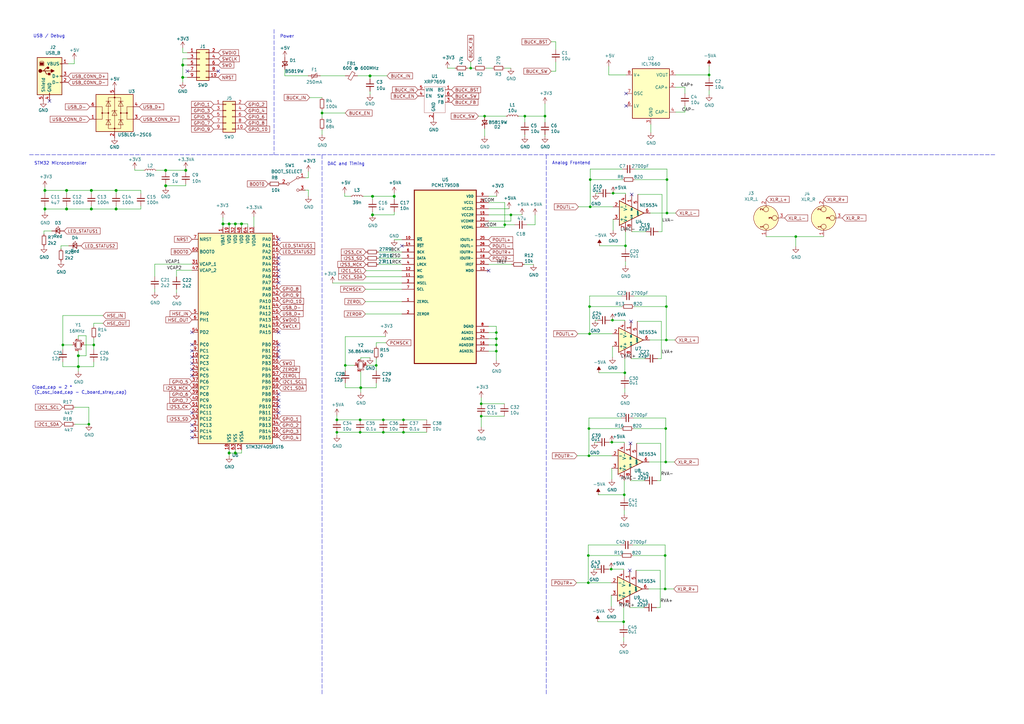
<source format=kicad_sch>
(kicad_sch (version 20210126) (generator eeschema)
  (paper "A3")
  (title_block (title "USB Sound Card for Balanced Audio") (date "2021-03-14") (rev "v1.0.0a") (company "Steve Syfuhs"))
  (junction (at 18.415 78.105) (diameter 1.016))
  (junction (at 18.415 85.725) (diameter 1.016))
  (junction (at 25.781 141.478) (diameter 0.9144))
  (junction (at 27.305 78.105) (diameter 1.016))
  (junction (at 27.305 85.725) (diameter 1.016))
  (junction (at 32.131 145.923) (diameter 1.016))
  (junction (at 32.131 150.368) (diameter 1.016))
  (junction (at 36.449 173.99) (diameter 0.9144))
  (junction (at 37.465 78.105) (diameter 1.016))
  (junction (at 37.465 85.725) (diameter 1.016))
  (junction (at 38.481 141.478) (diameter 0.9144))
  (junction (at 47.625 78.105) (diameter 1.016))
  (junction (at 47.625 85.725) (diameter 1.016))
  (junction (at 67.945 69.85) (diameter 1.016))
  (junction (at 67.945 76.2) (diameter 1.016))
  (junction (at 74.93 26.67) (diameter 1.016))
  (junction (at 74.93 31.75) (diameter 1.016))
  (junction (at 76.2 69.85) (diameter 1.016))
  (junction (at 91.44 91.821) (diameter 1.016))
  (junction (at 93.98 91.821) (diameter 1.016))
  (junction (at 93.98 185.801) (diameter 1.016))
  (junction (at 96.52 91.821) (diameter 1.016))
  (junction (at 96.52 185.801) (diameter 1.016))
  (junction (at 99.06 91.821) (diameter 1.016))
  (junction (at 132.08 46.355) (diameter 0.9144))
  (junction (at 138.176 172.212) (diameter 0.9144))
  (junction (at 138.176 177.292) (diameter 0.9144))
  (junction (at 141.605 149.86) (diameter 0.9144))
  (junction (at 147.701 172.212) (diameter 0.9144))
  (junction (at 147.701 177.292) (diameter 0.9144))
  (junction (at 147.955 159.004) (diameter 1.016))
  (junction (at 151.765 31.115) (diameter 1.016))
  (junction (at 152.781 80.518) (diameter 1.016))
  (junction (at 152.781 88.138) (diameter 1.016))
  (junction (at 154.305 149.86) (diameter 0.9144))
  (junction (at 157.226 172.212) (diameter 0.9144))
  (junction (at 157.226 177.292) (diameter 0.9144))
  (junction (at 161.671 80.518) (diameter 1.016))
  (junction (at 165.481 172.212) (diameter 0.9144))
  (junction (at 165.481 177.292) (diameter 0.9144))
  (junction (at 193.04 27.94) (diameter 0.9144))
  (junction (at 197.358 165.608) (diameter 0.9144))
  (junction (at 197.358 170.688) (diameter 0.9144))
  (junction (at 198.755 47.625) (diameter 0.9144))
  (junction (at 203.581 136.398) (diameter 0.9144))
  (junction (at 203.581 138.938) (diameter 0.9144))
  (junction (at 203.581 141.478) (diameter 0.9144))
  (junction (at 203.581 144.018) (diameter 0.9144))
  (junction (at 207.01 92.202) (diameter 0.9144))
  (junction (at 209.55 88.138) (diameter 0.9144))
  (junction (at 215.265 47.625) (diameter 0.9144))
  (junction (at 223.52 47.625) (diameter 0.9144))
  (junction (at 241.3 227.838) (diameter 0.9144))
  (junction (at 241.3 239.014) (diameter 0.9144))
  (junction (at 241.554 175.768) (diameter 0.9144))
  (junction (at 241.554 186.944) (diameter 0.9144))
  (junction (at 241.808 125.73) (diameter 0.9144))
  (junction (at 241.808 136.906) (diameter 0.9144))
  (junction (at 242.062 73.66) (diameter 0.9144))
  (junction (at 242.062 84.836) (diameter 0.9144))
  (junction (at 250.698 233.426) (diameter 0.9144))
  (junction (at 250.952 181.356) (diameter 0.9144))
  (junction (at 251.206 131.318) (diameter 0.9144))
  (junction (at 251.46 79.248) (diameter 0.9144))
  (junction (at 255.778 255.016) (diameter 0.9144))
  (junction (at 256.032 202.946) (diameter 0.9144))
  (junction (at 256.286 152.908) (diameter 0.9144))
  (junction (at 256.54 100.838) (diameter 0.9144))
  (junction (at 272.796 227.838) (diameter 0.9144))
  (junction (at 272.796 241.554) (diameter 0.9144))
  (junction (at 273.05 175.768) (diameter 0.9144))
  (junction (at 273.05 189.484) (diameter 0.9144))
  (junction (at 273.304 125.73) (diameter 0.9144))
  (junction (at 273.304 139.446) (diameter 0.9144))
  (junction (at 273.558 73.66) (diameter 0.9144))
  (junction (at 273.558 87.376) (diameter 0.9144))
  (junction (at 290.83 30.734) (diameter 0.9144))
  (junction (at 326.39 97.028) (diameter 0.9144))
  (no_connect (at 20.32 41.402))
  (no_connect (at 76.835 29.21))
  (no_connect (at 78.74 136.271))
  (no_connect (at 78.74 141.351))
  (no_connect (at 78.74 143.891))
  (no_connect (at 78.74 146.431))
  (no_connect (at 78.74 148.971))
  (no_connect (at 78.74 151.511))
  (no_connect (at 78.74 154.051))
  (no_connect (at 78.74 169.291))
  (no_connect (at 78.74 174.371))
  (no_connect (at 78.74 176.911))
  (no_connect (at 78.74 179.451))
  (no_connect (at 89.535 29.21))
  (no_connect (at 114.3 98.171))
  (no_connect (at 114.3 105.791))
  (no_connect (at 114.3 108.331))
  (no_connect (at 114.3 110.871))
  (no_connect (at 114.3 113.411))
  (no_connect (at 114.3 115.951))
  (no_connect (at 114.3 136.271))
  (no_connect (at 114.3 141.351))
  (no_connect (at 114.3 143.891))
  (no_connect (at 114.3 146.431))
  (no_connect (at 114.3 161.671))
  (no_connect (at 114.3 164.211))
  (no_connect (at 114.3 166.751))
  (no_connect (at 114.3 169.291))
  (no_connect (at 164.846 100.838))
  (no_connect (at 200.406 110.998))
  (no_connect (at 256.794 38.354))
  (no_connect (at 256.794 43.434))
  (no_connect (at 258.318 233.934))
  (no_connect (at 258.572 181.864))
  (no_connect (at 258.826 131.826))
  (no_connect (at 259.08 79.756))
  (wire (pts (xy 18.034 94.742) (xy 18.034 96.012)))
  (wire (pts (xy 18.034 94.742) (xy 21.209 94.742)))
  (wire (pts (xy 18.415 76.835) (xy 18.415 78.105)))
  (wire (pts (xy 18.415 78.105) (xy 18.415 79.375)))
  (wire (pts (xy 18.415 78.105) (xy 27.305 78.105)))
  (wire (pts (xy 18.415 85.725) (xy 18.415 84.455)))
  (wire (pts (xy 18.415 85.725) (xy 27.305 85.725)))
  (wire (pts (xy 18.415 86.995) (xy 18.415 85.725)))
  (wire (pts (xy 25.019 100.838) (xy 25.019 102.108)))
  (wire (pts (xy 25.019 100.838) (xy 28.194 100.838)))
  (wire (pts (xy 25.781 129.413) (xy 42.291 129.413)))
  (wire (pts (xy 25.781 141.478) (xy 25.781 129.413)))
  (wire (pts (xy 25.781 141.478) (xy 25.781 143.383)))
  (wire (pts (xy 25.781 141.478) (xy 29.591 141.478)))
  (wire (pts (xy 25.781 150.368) (xy 25.781 148.463)))
  (wire (pts (xy 25.781 150.368) (xy 32.131 150.368)))
  (wire (pts (xy 27.305 78.105) (xy 37.465 78.105)))
  (wire (pts (xy 27.305 79.375) (xy 27.305 78.105)))
  (wire (pts (xy 27.305 84.455) (xy 27.305 85.725)))
  (wire (pts (xy 27.305 85.725) (xy 37.465 85.725)))
  (wire (pts (xy 27.94 26.162) (xy 30.48 26.162)))
  (wire (pts (xy 30.48 24.384) (xy 30.48 26.162)))
  (wire (pts (xy 30.734 167.005) (xy 36.449 167.005)))
  (wire (pts (xy 30.734 173.99) (xy 36.449 173.99)))
  (wire (pts (xy 32.131 137.668) (xy 35.306 137.668)))
  (wire (pts (xy 32.131 138.938) (xy 32.131 137.668)))
  (wire (pts (xy 32.131 144.018) (xy 32.131 145.923)))
  (wire (pts (xy 32.131 145.923) (xy 32.131 150.368)))
  (wire (pts (xy 32.131 145.923) (xy 35.306 145.923)))
  (wire (pts (xy 32.131 150.368) (xy 38.481 150.368)))
  (wire (pts (xy 32.131 152.273) (xy 32.131 150.368)))
  (wire (pts (xy 34.671 141.478) (xy 38.481 141.478)))
  (wire (pts (xy 35.306 137.668) (xy 35.306 145.923)))
  (wire (pts (xy 36.449 167.005) (xy 36.449 173.99)))
  (wire (pts (xy 37.465 78.105) (xy 47.625 78.105)))
  (wire (pts (xy 37.465 79.375) (xy 37.465 78.105)))
  (wire (pts (xy 37.465 84.455) (xy 37.465 85.725)))
  (wire (pts (xy 37.465 85.725) (xy 47.625 85.725)))
  (wire (pts (xy 38.481 132.588) (xy 38.481 133.858)))
  (wire (pts (xy 38.481 138.938) (xy 38.481 141.478)))
  (wire (pts (xy 38.481 141.478) (xy 38.481 143.383)))
  (wire (pts (xy 38.481 150.368) (xy 38.481 148.463)))
  (wire (pts (xy 42.291 132.588) (xy 38.481 132.588)))
  (wire (pts (xy 47.625 78.105) (xy 57.785 78.105)))
  (wire (pts (xy 47.625 79.375) (xy 47.625 78.105)))
  (wire (pts (xy 47.625 84.455) (xy 47.625 85.725)))
  (wire (pts (xy 47.625 85.725) (xy 57.785 85.725)))
  (wire (pts (xy 55.245 69.215) (xy 55.245 69.85)))
  (wire (pts (xy 55.245 69.85) (xy 59.055 69.85)))
  (wire (pts (xy 57.785 78.105) (xy 57.785 79.375)))
  (wire (pts (xy 57.785 85.725) (xy 57.785 84.455)))
  (wire (pts (xy 63.5 108.331) (xy 78.74 108.331)))
  (wire (pts (xy 63.5 113.411) (xy 63.5 108.331)))
  (wire (pts (xy 63.5 118.491) (xy 63.5 119.761)))
  (wire (pts (xy 67.945 69.85) (xy 64.135 69.85)))
  (wire (pts (xy 67.945 70.485) (xy 67.945 69.85)))
  (wire (pts (xy 67.945 76.2) (xy 67.945 75.565)))
  (wire (pts (xy 67.945 76.2) (xy 76.2 76.2)))
  (wire (pts (xy 67.945 76.835) (xy 67.945 76.2)))
  (wire (pts (xy 72.39 110.871) (xy 72.39 113.538)))
  (wire (pts (xy 72.39 110.871) (xy 78.74 110.871)))
  (wire (pts (xy 72.39 118.618) (xy 72.39 120.142)))
  (wire (pts (xy 74.93 19.685) (xy 74.93 21.59)))
  (wire (pts (xy 74.93 21.59) (xy 76.835 21.59)))
  (wire (pts (xy 74.93 24.13) (xy 74.93 26.67)))
  (wire (pts (xy 74.93 26.67) (xy 74.93 31.75)))
  (wire (pts (xy 74.93 31.75) (xy 74.93 33.655)))
  (wire (pts (xy 76.2 69.215) (xy 76.2 69.85)))
  (wire (pts (xy 76.2 69.85) (xy 67.945 69.85)))
  (wire (pts (xy 76.2 70.485) (xy 76.2 69.85)))
  (wire (pts (xy 76.2 76.2) (xy 76.2 75.565)))
  (wire (pts (xy 76.835 24.13) (xy 74.93 24.13)))
  (wire (pts (xy 76.835 26.67) (xy 74.93 26.67)))
  (wire (pts (xy 76.835 31.75) (xy 74.93 31.75)))
  (wire (pts (xy 91.44 89.281) (xy 91.44 91.821)))
  (wire (pts (xy 91.44 91.821) (xy 91.44 93.091)))
  (wire (pts (xy 91.44 91.821) (xy 93.98 91.821)))
  (wire (pts (xy 93.98 91.821) (xy 96.52 91.821)))
  (wire (pts (xy 93.98 93.091) (xy 93.98 91.821)))
  (wire (pts (xy 93.98 184.531) (xy 93.98 185.801)))
  (wire (pts (xy 93.98 185.801) (xy 93.98 187.071)))
  (wire (pts (xy 93.98 185.801) (xy 96.52 185.801)))
  (wire (pts (xy 96.52 91.821) (xy 99.06 91.821)))
  (wire (pts (xy 96.52 93.091) (xy 96.52 91.821)))
  (wire (pts (xy 96.52 184.531) (xy 96.52 185.801)))
  (wire (pts (xy 96.52 185.801) (xy 99.06 185.801)))
  (wire (pts (xy 99.06 91.821) (xy 101.6 91.821)))
  (wire (pts (xy 99.06 93.091) (xy 99.06 91.821)))
  (wire (pts (xy 99.06 185.801) (xy 99.06 184.531)))
  (wire (pts (xy 101.6 93.091) (xy 101.6 91.821)))
  (wire (pts (xy 104.14 88.8746) (xy 104.14 93.091)))
  (wire (pts (xy 116.84 28.575) (xy 116.84 31.115)))
  (wire (pts (xy 125.222 72.898) (xy 126.492 72.898)))
  (wire (pts (xy 125.222 77.978) (xy 126.492 77.978)))
  (wire (pts (xy 126.365 31.115) (xy 116.84 31.115)))
  (wire (pts (xy 126.492 72.898) (xy 126.492 70.358)))
  (wire (pts (xy 126.492 77.978) (xy 126.492 80.518)))
  (wire (pts (xy 127 40.005) (xy 132.08 40.005)))
  (wire (pts (xy 131.445 31.115) (xy 141.605 31.115)))
  (wire (pts (xy 132.08 45.085) (xy 132.08 46.355)))
  (wire (pts (xy 132.08 46.355) (xy 132.08 48.26)))
  (wire (pts (xy 132.08 46.355) (xy 141.605 46.355)))
  (wire (pts (xy 132.08 53.34) (xy 132.08 55.245)))
  (wire (pts (xy 136.398 116.078) (xy 164.846 116.078)))
  (wire (pts (xy 138.176 170.307) (xy 138.176 172.212)))
  (wire (pts (xy 138.176 172.212) (xy 147.701 172.212)))
  (wire (pts (xy 138.176 177.292) (xy 138.176 178.562)))
  (wire (pts (xy 138.176 177.292) (xy 147.701 177.292)))
  (wire (pts (xy 141.351 79.248) (xy 141.351 80.518)))
  (wire (pts (xy 141.351 80.518) (xy 143.891 80.518)))
  (wire (pts (xy 141.605 138.049) (xy 141.605 149.86)))
  (wire (pts (xy 141.605 138.049) (xy 158.115 138.049)))
  (wire (pts (xy 141.605 149.86) (xy 141.605 152.019)))
  (wire (pts (xy 141.605 149.86) (xy 145.415 149.86)))
  (wire (pts (xy 141.605 159.004) (xy 141.605 157.099)))
  (wire (pts (xy 141.605 159.004) (xy 147.955 159.004)))
  (wire (pts (xy 147.701 172.212) (xy 157.226 172.212)))
  (wire (pts (xy 147.701 177.292) (xy 157.226 177.292)))
  (wire (pts (xy 147.955 146.685) (xy 147.955 147.32)))
  (wire (pts (xy 147.955 152.4) (xy 147.955 159.004)))
  (wire (pts (xy 147.955 159.004) (xy 147.955 160.909)))
  (wire (pts (xy 147.955 159.004) (xy 154.305 159.004)))
  (wire (pts (xy 149.86 118.618) (xy 164.846 118.618)))
  (wire (pts (xy 149.86 123.698) (xy 164.846 123.698)))
  (wire (pts (xy 149.86 128.778) (xy 164.846 128.778)))
  (wire (pts (xy 150.114 110.998) (xy 164.846 110.998)))
  (wire (pts (xy 150.114 113.538) (xy 164.846 113.538)))
  (wire (pts (xy 150.495 149.86) (xy 154.305 149.86)))
  (wire (pts (xy 151.765 31.115) (xy 146.685 31.115)))
  (wire (pts (xy 151.765 32.385) (xy 151.765 31.115)))
  (wire (pts (xy 151.765 38.735) (xy 151.765 37.465)))
  (wire (pts (xy 151.765 146.685) (xy 147.955 146.685)))
  (wire (pts (xy 152.781 80.518) (xy 148.971 80.518)))
  (wire (pts (xy 152.781 81.788) (xy 152.781 80.518)))
  (wire (pts (xy 152.781 88.138) (xy 152.781 86.868)))
  (wire (pts (xy 152.781 88.138) (xy 161.671 88.138)))
  (wire (pts (xy 154.305 140.589) (xy 158.369 140.589)))
  (wire (pts (xy 154.305 142.113) (xy 154.305 140.589)))
  (wire (pts (xy 154.305 147.193) (xy 154.305 149.86)))
  (wire (pts (xy 154.305 149.86) (xy 154.305 152.019)))
  (wire (pts (xy 154.305 159.004) (xy 154.305 157.099)))
  (wire (pts (xy 155.194 103.378) (xy 164.846 103.378)))
  (wire (pts (xy 155.194 105.918) (xy 164.846 105.918)))
  (wire (pts (xy 155.194 108.458) (xy 164.846 108.458)))
  (wire (pts (xy 157.226 172.212) (xy 165.481 172.212)))
  (wire (pts (xy 157.226 177.292) (xy 165.481 177.292)))
  (wire (pts (xy 158.75 31.115) (xy 151.765 31.115)))
  (wire (pts (xy 161.671 80.518) (xy 152.781 80.518)))
  (wire (pts (xy 161.671 80.518) (xy 161.671 79.248)))
  (wire (pts (xy 161.671 81.788) (xy 161.671 80.518)))
  (wire (pts (xy 161.671 88.138) (xy 161.671 86.868)))
  (wire (pts (xy 161.671 98.298) (xy 164.846 98.298)))
  (wire (pts (xy 165.481 172.212) (xy 175.006 172.212)))
  (wire (pts (xy 165.481 177.292) (xy 175.006 177.292)))
  (wire (pts (xy 183.515 27.94) (xy 186.69 27.94)))
  (wire (pts (xy 191.77 27.94) (xy 193.04 27.94)))
  (wire (pts (xy 193.04 25.4) (xy 193.04 27.94)))
  (wire (pts (xy 193.04 27.94) (xy 194.31 27.94)))
  (wire (pts (xy 196.215 47.625) (xy 198.755 47.625)))
  (wire (pts (xy 197.358 163.068) (xy 197.358 165.608)))
  (wire (pts (xy 197.358 165.608) (xy 206.883 165.608)))
  (wire (pts (xy 197.358 170.688) (xy 197.358 175.133)))
  (wire (pts (xy 197.358 170.688) (xy 206.883 170.688)))
  (wire (pts (xy 198.755 47.625) (xy 207.645 47.625)))
  (wire (pts (xy 198.755 52.705) (xy 198.755 55.88)))
  (wire (pts (xy 199.39 27.94) (xy 201.93 27.94)))
  (wire (pts (xy 200.406 80.518) (xy 203.708 80.518)))
  (wire (pts (xy 200.406 83.058) (xy 207.01 83.058)))
  (wire (pts (xy 200.406 85.598) (xy 208.788 85.598)))
  (wire (pts (xy 200.406 88.138) (xy 209.55 88.138)))
  (wire (pts (xy 200.406 90.678) (xy 209.55 90.678)))
  (wire (pts (xy 200.406 108.458) (xy 209.931 108.458)))
  (wire (pts (xy 200.406 136.398) (xy 203.581 136.398)))
  (wire (pts (xy 200.406 138.938) (xy 203.581 138.938)))
  (wire (pts (xy 200.406 141.478) (xy 203.581 141.478)))
  (wire (pts (xy 200.406 144.018) (xy 203.581 144.018)))
  (wire (pts (xy 203.581 133.858) (xy 200.406 133.858)))
  (wire (pts (xy 203.581 136.398) (xy 203.581 133.858)))
  (wire (pts (xy 203.581 138.938) (xy 203.581 136.398)))
  (wire (pts (xy 203.581 141.478) (xy 203.581 138.938)))
  (wire (pts (xy 203.581 144.018) (xy 203.581 141.478)))
  (wire (pts (xy 203.581 147.828) (xy 203.581 144.018)))
  (wire (pts (xy 207.01 27.94) (xy 209.55 27.94)))
  (wire (pts (xy 207.01 83.058) (xy 207.01 92.202)))
  (wire (pts (xy 207.01 92.202) (xy 207.01 93.218)))
  (wire (pts (xy 207.01 92.202) (xy 211.074 92.202)))
  (wire (pts (xy 207.01 93.218) (xy 200.406 93.218)))
  (wire (pts (xy 209.55 88.138) (xy 214.122 88.138)))
  (wire (pts (xy 209.55 90.678) (xy 209.55 88.138)))
  (wire (pts (xy 212.725 47.625) (xy 215.265 47.625)))
  (wire (pts (xy 215.011 108.458) (xy 218.821 108.458)))
  (wire (pts (xy 215.265 47.625) (xy 215.265 50.165)))
  (wire (pts (xy 215.265 47.625) (xy 223.52 47.625)))
  (wire (pts (xy 215.265 55.245) (xy 215.265 55.88)))
  (wire (pts (xy 216.154 92.202) (xy 219.456 92.202)))
  (wire (pts (xy 219.456 88.138) (xy 219.456 92.202)))
  (wire (pts (xy 223.52 42.545) (xy 223.52 47.625)))
  (wire (pts (xy 223.52 47.625) (xy 223.52 50.165)))
  (wire (pts (xy 223.52 55.245) (xy 223.52 55.88)))
  (wire (pts (xy 226.06 17.145) (xy 227.965 17.145)))
  (wire (pts (xy 226.06 29.21) (xy 227.965 29.21)))
  (wire (pts (xy 227.965 17.145) (xy 227.965 20.32)))
  (wire (pts (xy 227.965 25.4) (xy 227.965 29.21)))
  (wire (pts (xy 236.474 239.014) (xy 241.3 239.014)))
  (wire (pts (xy 236.728 186.944) (xy 241.554 186.944)))
  (wire (pts (xy 236.982 136.906) (xy 241.808 136.906)))
  (wire (pts (xy 237.236 84.836) (xy 242.062 84.836)))
  (wire (pts (xy 241.3 223.52) (xy 254.508 223.52)))
  (wire (pts (xy 241.3 227.838) (xy 241.3 223.52)))
  (wire (pts (xy 241.3 227.838) (xy 241.3 239.014)))
  (wire (pts (xy 241.3 227.838) (xy 254.508 227.838)))
  (wire (pts (xy 241.554 171.45) (xy 254.762 171.45)))
  (wire (pts (xy 241.554 175.768) (xy 241.554 171.45)))
  (wire (pts (xy 241.554 175.768) (xy 241.554 186.944)))
  (wire (pts (xy 241.554 175.768) (xy 254.762 175.768)))
  (wire (pts (xy 241.808 121.412) (xy 255.016 121.412)))
  (wire (pts (xy 241.808 125.73) (xy 241.808 121.412)))
  (wire (pts (xy 241.808 125.73) (xy 241.808 136.906)))
  (wire (pts (xy 241.808 125.73) (xy 255.016 125.73)))
  (wire (pts (xy 242.062 69.342) (xy 255.27 69.342)))
  (wire (pts (xy 242.062 73.66) (xy 242.062 69.342)))
  (wire (pts (xy 242.062 73.66) (xy 242.062 84.836)))
  (wire (pts (xy 242.062 73.66) (xy 255.27 73.66)))
  (wire (pts (xy 243.586 233.426) (xy 244.602 233.426)))
  (wire (pts (xy 243.84 181.356) (xy 244.856 181.356)))
  (wire (pts (xy 244.094 131.318) (xy 245.11 131.318)))
  (wire (pts (xy 244.348 79.248) (xy 245.364 79.248)))
  (wire (pts (xy 245.11 255.016) (xy 255.778 255.016)))
  (wire (pts (xy 245.364 202.946) (xy 256.032 202.946)))
  (wire (pts (xy 245.618 152.908) (xy 256.286 152.908)))
  (wire (pts (xy 245.872 100.838) (xy 256.54 100.838)))
  (wire (pts (xy 249.682 27.178) (xy 249.682 30.734)))
  (wire (pts (xy 249.682 30.734) (xy 256.794 30.734)))
  (wire (pts (xy 249.682 233.426) (xy 250.698 233.426)))
  (wire (pts (xy 249.936 181.356) (xy 250.952 181.356)))
  (wire (pts (xy 250.19 131.318) (xy 251.206 131.318)))
  (wire (pts (xy 250.444 79.248) (xy 251.46 79.248)))
  (wire (pts (xy 250.698 233.426) (xy 255.778 233.426)))
  (wire (pts (xy 250.698 239.014) (xy 241.3 239.014)))
  (wire (pts (xy 250.698 244.094) (xy 250.698 248.666)))
  (wire (pts (xy 250.952 181.356) (xy 256.032 181.356)))
  (wire (pts (xy 250.952 186.944) (xy 241.554 186.944)))
  (wire (pts (xy 250.952 192.024) (xy 250.952 196.596)))
  (wire (pts (xy 251.206 131.318) (xy 256.286 131.318)))
  (wire (pts (xy 251.206 136.906) (xy 241.808 136.906)))
  (wire (pts (xy 251.206 141.986) (xy 251.206 146.558)))
  (wire (pts (xy 251.46 79.248) (xy 256.54 79.248)))
  (wire (pts (xy 251.46 84.836) (xy 242.062 84.836)))
  (wire (pts (xy 251.46 89.916) (xy 251.46 94.488)))
  (wire (pts (xy 255.778 233.426) (xy 255.778 233.934)))
  (wire (pts (xy 255.778 249.174) (xy 255.778 255.016)))
  (wire (pts (xy 255.778 255.016) (xy 255.778 256.286)))
  (wire (pts (xy 255.778 261.366) (xy 255.778 263.144)))
  (wire (pts (xy 256.032 181.356) (xy 256.032 181.864)))
  (wire (pts (xy 256.032 197.104) (xy 256.032 202.946)))
  (wire (pts (xy 256.032 202.946) (xy 256.032 204.216)))
  (wire (pts (xy 256.032 209.296) (xy 256.032 211.074)))
  (wire (pts (xy 256.286 131.318) (xy 256.286 131.826)))
  (wire (pts (xy 256.286 147.066) (xy 256.286 152.908)))
  (wire (pts (xy 256.286 152.908) (xy 256.286 154.178)))
  (wire (pts (xy 256.286 159.258) (xy 256.286 161.036)))
  (wire (pts (xy 256.54 79.248) (xy 256.54 79.756)))
  (wire (pts (xy 256.54 94.996) (xy 256.54 100.838)))
  (wire (pts (xy 256.54 100.838) (xy 256.54 102.108)))
  (wire (pts (xy 256.54 107.188) (xy 256.54 108.966)))
  (wire (pts (xy 258.318 249.174) (xy 264.16 249.174)))
  (wire (pts (xy 258.572 197.104) (xy 264.414 197.104)))
  (wire (pts (xy 258.826 147.066) (xy 264.668 147.066)))
  (wire (pts (xy 259.08 94.996) (xy 264.922 94.996)))
  (wire (pts (xy 259.588 227.838) (xy 272.796 227.838)))
  (wire (pts (xy 259.842 175.768) (xy 273.05 175.768)))
  (wire (pts (xy 260.096 125.73) (xy 273.304 125.73)))
  (wire (pts (xy 260.35 73.66) (xy 273.558 73.66)))
  (wire (pts (xy 265.938 241.554) (xy 272.796 241.554)))
  (wire (pts (xy 266.192 189.484) (xy 273.05 189.484)))
  (wire (pts (xy 266.446 139.446) (xy 273.304 139.446)))
  (wire (pts (xy 266.7 87.376) (xy 273.558 87.376)))
  (wire (pts (xy 266.954 51.054) (xy 266.954 54.356)))
  (wire (pts (xy 269.24 249.174) (xy 270.764 249.174)))
  (wire (pts (xy 269.494 197.104) (xy 271.018 197.104)))
  (wire (pts (xy 269.748 147.066) (xy 271.272 147.066)))
  (wire (pts (xy 270.002 94.996) (xy 271.526 94.996)))
  (wire (pts (xy 270.764 233.934) (xy 260.858 233.934)))
  (wire (pts (xy 270.764 249.174) (xy 270.764 233.934)))
  (wire (pts (xy 271.018 181.864) (xy 261.112 181.864)))
  (wire (pts (xy 271.018 197.104) (xy 271.018 181.864)))
  (wire (pts (xy 271.272 131.826) (xy 261.366 131.826)))
  (wire (pts (xy 271.272 147.066) (xy 271.272 131.826)))
  (wire (pts (xy 271.526 79.756) (xy 261.62 79.756)))
  (wire (pts (xy 271.526 94.996) (xy 271.526 79.756)))
  (wire (pts (xy 272.796 223.52) (xy 259.588 223.52)))
  (wire (pts (xy 272.796 223.52) (xy 272.796 227.838)))
  (wire (pts (xy 272.796 227.838) (xy 272.796 241.554)))
  (wire (pts (xy 272.796 241.554) (xy 276.352 241.554)))
  (wire (pts (xy 273.05 171.45) (xy 259.842 171.45)))
  (wire (pts (xy 273.05 171.45) (xy 273.05 175.768)))
  (wire (pts (xy 273.05 175.768) (xy 273.05 189.484)))
  (wire (pts (xy 273.05 189.484) (xy 276.606 189.484)))
  (wire (pts (xy 273.304 121.412) (xy 260.096 121.412)))
  (wire (pts (xy 273.304 121.412) (xy 273.304 125.73)))
  (wire (pts (xy 273.304 125.73) (xy 273.304 139.446)))
  (wire (pts (xy 273.304 139.446) (xy 276.86 139.446)))
  (wire (pts (xy 273.558 69.342) (xy 260.35 69.342)))
  (wire (pts (xy 273.558 69.342) (xy 273.558 73.66)))
  (wire (pts (xy 273.558 73.66) (xy 273.558 87.376)))
  (wire (pts (xy 273.558 87.376) (xy 277.114 87.376)))
  (wire (pts (xy 277.114 30.734) (xy 290.83 30.734)))
  (wire (pts (xy 277.114 35.814) (xy 280.924 35.814)))
  (wire (pts (xy 277.114 45.974) (xy 280.924 45.974)))
  (wire (pts (xy 280.924 35.814) (xy 280.924 38.354)))
  (wire (pts (xy 280.924 45.974) (xy 280.924 43.434)))
  (wire (pts (xy 290.83 30.734) (xy 290.83 27.178)))
  (wire (pts (xy 290.83 30.734) (xy 290.83 32.004)))
  (wire (pts (xy 290.83 37.084) (xy 290.83 38.862)))
  (wire (pts (xy 314.198 97.028) (xy 326.39 97.028)))
  (wire (pts (xy 326.39 97.028) (xy 337.82 97.028)))
  (wire (pts (xy 326.39 101.092) (xy 326.39 97.028)))
  (polyline (pts (xy 12.065 63.5) (xy 120.65 63.5)) (stroke (width 0) (type dash)))
  (polyline (pts (xy 112.395 12.065) (xy 112.395 63.5)) (stroke (width 0) (type dash)))
  (polyline (pts (xy 120.65 63.5) (xy 408.051 63.5)) (stroke (width 0) (type dash)))
  (polyline (pts (xy 132.08 63.5) (xy 132.08 284.988)) (stroke (width 0) (type dash)))
  (polyline (pts (xy 224.028 63.5) (xy 224.028 284.988)) (stroke (width 0) (type dash)))
  (text "Cload_cap = 2 * \n (C_osc_load_cap - C_board_stray_cap)" (at 13.081 161.798 0) (effects (font (size 1.27 1.27)) (justify left bottom)))
  (text "USB / Debug" (at 26.67 15.621 180) (effects (font (size 1.27 1.27)) (justify right bottom)))
  (text "STM32 Microcontroller" (at 35.56 67.818 180) (effects (font (size 1.27 1.27)) (justify right bottom)))
  (text "Power" (at 120.65 15.748 180) (effects (font (size 1.27 1.27)) (justify right bottom)))
  (text "DAC and Timing" (at 149.606 68.072 180) (effects (font (size 1.27 1.27)) (justify right bottom)))
  (text "Analog Frontend" (at 242.189 67.691 180) (effects (font (size 1.27 1.27)) (justify right bottom)))
  (label "VCAP1" (at 73.914 108.331 180))
  (label "VCAP2" (at 74.549 110.871 180))
  (label "BCK" (at 164.211 103.378 180))
  (label "I2SD" (at 164.338 105.918 180))
  (label "LRCK" (at 164.719 108.458 180))
  (label "VCOM" (at 202.819 83.058 180))
  (label "VCOM" (at 203.708 93.218 180))
  (label "IREF" (at 203.708 108.458 0))
  (label "RVAC+" (at 260.35 249.174 180))
  (label "LVAC-" (at 260.604 94.996 180))
  (label "LVAC+" (at 260.858 147.066 180))
  (label "RVAC-" (at 261.112 197.104 180))
  (label "RVA+" (at 270.764 247.396 0))
  (label "RVA-" (at 271.018 195.326 0))
  (label "LVA+" (at 271.272 145.288 0))
  (label "LVA-" (at 271.526 91.313 0))
  (label "CAP+" (at 279.146 35.814 0))
  (label "CAP-" (at 279.654 45.974 0))
  (global_label "I2C1_SCL" (shape input) (at 25.654 167.005 180) (property "Intersheet References" "${INTERSHEET_REFS}" (effects hide)))
  (global_label "I2C1_SDA" (shape input) (at 25.654 173.99 180) (property "Intersheet References" "${INTERSHEET_REFS}" (effects hide)))
  (global_label "LED_STATUS1" (shape input) (at 26.289 94.742 0) (property "Intersheet References" "${INTERSHEET_REFS}" (effects hide)))
  (global_label "USB_CONN_D+" (shape input) (at 27.94 31.242 0) (property "Intersheet References" "${INTERSHEET_REFS}" (effects hide)))
  (global_label "USB_CONN_D-" (shape input) (at 27.94 33.782 0) (property "Intersheet References" "${INTERSHEET_REFS}" (effects hide)))
  (global_label "LED_STATUS2" (shape input) (at 33.274 100.838 0) (property "Intersheet References" "${INTERSHEET_REFS}" (effects hide)))
  (global_label "USB_D-" (shape input) (at 36.83 43.815 180) (property "Intersheet References" "${INTERSHEET_REFS}" (effects hide)))
  (global_label "USB_CONN_D-" (shape input) (at 36.83 48.895 180) (property "Intersheet References" "${INTERSHEET_REFS}" (effects hide)))
  (global_label "HSE_IN" (shape input) (at 42.291 129.413 0) (property "Intersheet References" "${INTERSHEET_REFS}" (effects hide)))
  (global_label "HSE_OUT" (shape input) (at 42.291 132.588 0) (property "Intersheet References" "${INTERSHEET_REFS}" (effects hide)))
  (global_label "USB_D+" (shape input) (at 57.15 43.815 0) (property "Intersheet References" "${INTERSHEET_REFS}" (effects hide)))
  (global_label "USB_CONN_D+" (shape input) (at 57.15 48.895 0) (property "Intersheet References" "${INTERSHEET_REFS}" (effects hide)))
  (global_label "NRST" (shape input) (at 78.74 98.171 180) (property "Intersheet References" "${INTERSHEET_REFS}" (effects hide)))
  (global_label "BOOT0" (shape input) (at 78.74 103.251 180) (property "Intersheet References" "${INTERSHEET_REFS}" (effects hide)))
  (global_label "HSE_IN" (shape input) (at 78.74 128.651 180) (property "Intersheet References" "${INTERSHEET_REFS}" (effects hide)))
  (global_label "HSE_OUT" (shape input) (at 78.74 131.191 180) (property "Intersheet References" "${INTERSHEET_REFS}" (effects hide)))
  (global_label "GPIO_5" (shape input) (at 78.74 156.591 180) (property "Intersheet References" "${INTERSHEET_REFS}" (effects hide)))
  (global_label "I2S3_MCK" (shape input) (at 78.74 159.131 180) (property "Intersheet References" "${INTERSHEET_REFS}" (effects hide)))
  (global_label "GPIO_6" (shape input) (at 78.74 161.671 180) (property "Intersheet References" "${INTERSHEET_REFS}" (effects hide)))
  (global_label "GPIO_7" (shape input) (at 78.74 164.211 180) (property "Intersheet References" "${INTERSHEET_REFS}" (effects hide)))
  (global_label "I2S3_CK" (shape input) (at 78.74 166.751 180) (property "Intersheet References" "${INTERSHEET_REFS}" (effects hide)))
  (global_label "I2S3_SD" (shape input) (at 78.74 171.831 180) (property "Intersheet References" "${INTERSHEET_REFS}" (effects hide)))
  (global_label "GPIO_1" (shape input) (at 87.63 42.799 180) (property "Intersheet References" "${INTERSHEET_REFS}" (effects hide)))
  (global_label "GPIO_3" (shape input) (at 87.63 45.339 180) (property "Intersheet References" "${INTERSHEET_REFS}" (effects hide)))
  (global_label "GPIO_5" (shape input) (at 87.63 47.879 180) (property "Intersheet References" "${INTERSHEET_REFS}" (effects hide)))
  (global_label "GPIO_7" (shape input) (at 87.63 50.419 180) (property "Intersheet References" "${INTERSHEET_REFS}" (effects hide)))
  (global_label "GPIO_9" (shape input) (at 87.63 52.959 180) (property "Intersheet References" "${INTERSHEET_REFS}" (effects hide)))
  (global_label "SWDIO" (shape input) (at 89.535 21.59 0) (property "Intersheet References" "${INTERSHEET_REFS}" (effects hide)))
  (global_label "SWCLK" (shape input) (at 89.535 24.13 0) (property "Intersheet References" "${INTERSHEET_REFS}" (effects hide)))
  (global_label "SWO" (shape input) (at 89.535 26.67 0) (property "Intersheet References" "${INTERSHEET_REFS}" (effects hide)))
  (global_label "NRST" (shape input) (at 89.535 31.75 0) (property "Intersheet References" "${INTERSHEET_REFS}" (effects hide)))
  (global_label "GPIO_2" (shape input) (at 100.33 42.799 0) (property "Intersheet References" "${INTERSHEET_REFS}" (effects hide)))
  (global_label "GPIO_4" (shape input) (at 100.33 45.339 0) (property "Intersheet References" "${INTERSHEET_REFS}" (effects hide)))
  (global_label "GPIO_6" (shape input) (at 100.33 47.879 0) (property "Intersheet References" "${INTERSHEET_REFS}" (effects hide)))
  (global_label "GPIO_8" (shape input) (at 100.33 50.419 0) (property "Intersheet References" "${INTERSHEET_REFS}" (effects hide)))
  (global_label "GPIO_10" (shape input) (at 100.33 52.959 0) (property "Intersheet References" "${INTERSHEET_REFS}" (effects hide)))
  (global_label "BOOT0" (shape input) (at 109.982 75.438 180) (property "Intersheet References" "${INTERSHEET_REFS}" (effects hide)))
  (global_label "LED_STATUS1" (shape input) (at 114.3 100.711 0) (property "Intersheet References" "${INTERSHEET_REFS}" (effects hide)))
  (global_label "LED_STATUS2" (shape input) (at 114.3 103.251 0) (property "Intersheet References" "${INTERSHEET_REFS}" (effects hide)))
  (global_label "GPIO_8" (shape input) (at 114.3 118.491 0) (property "Intersheet References" "${INTERSHEET_REFS}" (effects hide)))
  (global_label "GPIO_9" (shape input) (at 114.3 121.031 0) (property "Intersheet References" "${INTERSHEET_REFS}" (effects hide)))
  (global_label "GPIO_10" (shape input) (at 114.3 123.571 0) (property "Intersheet References" "${INTERSHEET_REFS}" (effects hide)))
  (global_label "USB_D-" (shape input) (at 114.3 126.111 0) (property "Intersheet References" "${INTERSHEET_REFS}" (effects hide)))
  (global_label "USB_D+" (shape input) (at 114.3 128.651 0) (property "Intersheet References" "${INTERSHEET_REFS}" (effects hide)))
  (global_label "SWDIO" (shape input) (at 114.3 131.191 0) (property "Intersheet References" "${INTERSHEET_REFS}" (effects hide)))
  (global_label "SWCLK" (shape input) (at 114.3 133.731 0) (property "Intersheet References" "${INTERSHEET_REFS}" (effects hide)))
  (global_label "SWO" (shape input) (at 114.3 148.971 0) (property "Intersheet References" "${INTERSHEET_REFS}" (effects hide)))
  (global_label "ZEROR" (shape input) (at 114.3 151.511 0) (property "Intersheet References" "${INTERSHEET_REFS}" (effects hide)))
  (global_label "ZEROL" (shape input) (at 114.3 154.051 0) (property "Intersheet References" "${INTERSHEET_REFS}" (effects hide)))
  (global_label "I2C1_SCL" (shape input) (at 114.3 156.591 0) (property "Intersheet References" "${INTERSHEET_REFS}" (effects hide)))
  (global_label "I2C1_SDA" (shape input) (at 114.3 159.131 0) (property "Intersheet References" "${INTERSHEET_REFS}" (effects hide)))
  (global_label "GPIO_1" (shape input) (at 114.3 171.831 0) (property "Intersheet References" "${INTERSHEET_REFS}" (effects hide)))
  (global_label "GPIO_2" (shape input) (at 114.3 174.371 0) (property "Intersheet References" "${INTERSHEET_REFS}" (effects hide)))
  (global_label "GPIO_3" (shape input) (at 114.3 176.911 0) (property "Intersheet References" "${INTERSHEET_REFS}" (effects hide)))
  (global_label "GPIO_4" (shape input) (at 114.3 179.451 0) (property "Intersheet References" "${INTERSHEET_REFS}" (effects hide)))
  (global_label "BUCK_IN" (shape input) (at 127 40.005 180) (property "Intersheet References" "${INTERSHEET_REFS}" (effects hide)))
  (global_label "BUCK_EN" (shape input) (at 141.605 46.355 0) (property "Intersheet References" "${INTERSHEET_REFS}" (effects hide)))
  (global_label "PCMSCK" (shape input) (at 149.86 118.618 180) (property "Intersheet References" "${INTERSHEET_REFS}" (effects hide)))
  (global_label "ZEROL" (shape input) (at 149.86 123.698 180) (property "Intersheet References" "${INTERSHEET_REFS}" (effects hide)))
  (global_label "ZEROR" (shape input) (at 149.86 128.778 180) (property "Intersheet References" "${INTERSHEET_REFS}" (effects hide)))
  (global_label "I2S3_CK" (shape input) (at 150.114 103.378 180) (property "Intersheet References" "${INTERSHEET_REFS}" (effects hide)))
  (global_label "I2S3_SD" (shape input) (at 150.114 105.918 180) (property "Intersheet References" "${INTERSHEET_REFS}" (effects hide)))
  (global_label "I2S3_MCK" (shape input) (at 150.114 108.458 180) (property "Intersheet References" "${INTERSHEET_REFS}" (effects hide)))
  (global_label "I2C1_SCL" (shape input) (at 150.114 110.998 180) (property "Intersheet References" "${INTERSHEET_REFS}" (effects hide)))
  (global_label "I2C1_SDA" (shape input) (at 150.114 113.538 180) (property "Intersheet References" "${INTERSHEET_REFS}" (effects hide)))
  (global_label "PCMSCK" (shape input) (at 158.369 140.589 0) (property "Intersheet References" "${INTERSHEET_REFS}" (effects hide)))
  (global_label "BUCK_IN" (shape input) (at 158.75 31.115 0) (property "Intersheet References" "${INTERSHEET_REFS}" (effects hide)))
  (global_label "BUCK_IN" (shape input) (at 171.45 36.83 180) (property "Intersheet References" "${INTERSHEET_REFS}" (effects hide)))
  (global_label "BUCK_EN" (shape input) (at 171.45 39.37 180) (property "Intersheet References" "${INTERSHEET_REFS}" (effects hide)))
  (global_label "BUCK_BST" (shape input) (at 185.166 36.83 0) (property "Intersheet References" "${INTERSHEET_REFS}" (effects hide)))
  (global_label "BUCK_SW" (shape input) (at 185.166 39.37 0) (property "Intersheet References" "${INTERSHEET_REFS}" (effects hide)))
  (global_label "BUCK_FB" (shape input) (at 185.166 41.91 0) (property "Intersheet References" "${INTERSHEET_REFS}" (effects hide)))
  (global_label "BUCK_FB" (shape input) (at 193.04 25.4 90) (property "Intersheet References" "${INTERSHEET_REFS}" (effects hide)))
  (global_label "BUCK_SW" (shape input) (at 196.215 47.625 180) (property "Intersheet References" "${INTERSHEET_REFS}" (effects hide)))
  (global_label "POUTL+" (shape input) (at 200.406 98.298 0) (property "Intersheet References" "${INTERSHEET_REFS}" (effects hide)))
  (global_label "POUTL-" (shape input) (at 200.406 100.838 0) (property "Intersheet References" "${INTERSHEET_REFS}" (effects hide)))
  (global_label "POUTR+" (shape input) (at 200.406 103.378 0) (property "Intersheet References" "${INTERSHEET_REFS}" (effects hide)))
  (global_label "POUTR-" (shape input) (at 200.406 105.918 0) (property "Intersheet References" "${INTERSHEET_REFS}" (effects hide)))
  (global_label "BUCK_BST" (shape input) (at 226.06 17.145 180) (property "Intersheet References" "${INTERSHEET_REFS}" (effects hide)))
  (global_label "BUCK_SW" (shape input) (at 226.06 29.21 180) (property "Intersheet References" "${INTERSHEET_REFS}" (effects hide)))
  (global_label "POUTR+" (shape input) (at 236.474 239.014 180) (property "Intersheet References" "${INTERSHEET_REFS}" (effects hide)))
  (global_label "POUTR-" (shape input) (at 236.728 186.944 180) (property "Intersheet References" "${INTERSHEET_REFS}" (effects hide)))
  (global_label "POUTL+" (shape input) (at 236.982 136.906 180) (property "Intersheet References" "${INTERSHEET_REFS}" (effects hide)))
  (global_label "POUTL-" (shape input) (at 237.236 84.836 180) (property "Intersheet References" "${INTERSHEET_REFS}" (effects hide)))
  (global_label "XLR_R+" (shape input) (at 276.352 241.554 0) (property "Intersheet References" "${INTERSHEET_REFS}" (effects hide)))
  (global_label "XLR_R-" (shape input) (at 276.606 189.484 0) (property "Intersheet References" "${INTERSHEET_REFS}" (effects hide)))
  (global_label "XLR_L+" (shape input) (at 276.86 139.446 0) (property "Intersheet References" "${INTERSHEET_REFS}" (effects hide)))
  (global_label "XLR_L-" (shape input) (at 277.114 87.376 0) (property "Intersheet References" "${INTERSHEET_REFS}" (effects hide)))
  (global_label "XLR_L+" (shape input) (at 314.198 81.788 0) (property "Intersheet References" "${INTERSHEET_REFS}" (effects hide)))
  (global_label "XLR_L-" (shape input) (at 321.818 89.408 0) (property "Intersheet References" "${INTERSHEET_REFS}" (effects hide)))
  (global_label "XLR_R+" (shape input) (at 337.82 81.788 0) (property "Intersheet References" "${INTERSHEET_REFS}" (effects hide)))
  (global_label "XLR_R-" (shape input) (at 345.44 89.408 0) (property "Intersheet References" "${INTERSHEET_REFS}" (effects hide)))
  (symbol (lib_id "Device:L_Small") (at 61.595 69.85 90) (unit 1)
    (property "Reference" "L2" (at 61.595 67.945 90))
    (property "Value" "39n" (at 61.595 71.755 90))
    (property "Footprint" "Inductor_SMD:L_0402_1005Metric" (effects hide))
    (property "LCSC Part #" "C26443" (effects hide))
  )
  (symbol (lib_id "Device:L_Small") (at 146.431 80.518 90) (unit 1)
    (property "Reference" "L3" (at 146.431 77.978 90))
    (property "Value" "39n" (at 146.431 83.058 90))
    (property "Footprint" "Inductor_SMD:L_1206_3216Metric" (effects hide))
  )
  (symbol (lib_id "Device:L_Small") (at 210.185 47.625 90) (unit 1)
    (property "Reference" "L1" (at 210.185 43.0338 90))
    (property "Value" "10u" (at 210.185 45.332 90))
    (property "Footprint" "Inductor_SMD:L_1206_3216Metric" (effects hide))
  )
  (symbol (lib_id "power:+3V3") (at 18.415 76.835 0) (unit 1)
    (property "Reference" "#PWR025" (effects hide))
    (property "Value" "+3V3" (at 18.796 72.4408 0))
  )
  (symbol (lib_id "power:+5V") (at 30.48 24.384 0) (unit 1)
    (property "Reference" "#PWR03" (effects hide))
    (property "Value" "+5V" (at 30.48 20.574 0))
  )
  (symbol (lib_id "power:+5V") (at 46.99 36.195 0) (unit 1)
    (property "Reference" "#PWR09" (effects hide))
    (property "Value" "+5V" (at 46.99 32.385 0))
  )
  (symbol (lib_id "power:+3.3V") (at 55.245 69.215 0) (unit 1)
    (property "Reference" "#PWR021" (effects hide))
    (property "Value" "+3.3V" (at 55.245 65.405 0))
  )
  (symbol (lib_id "power:+3.3V") (at 74.93 19.685 0) (unit 1)
    (property "Reference" "#PWR01" (effects hide))
    (property "Value" "+3.3V" (at 74.93 15.875 0))
  )
  (symbol (lib_id "power:+3.3VA") (at 76.2 69.215 0) (unit 1)
    (property "Reference" "#PWR022" (effects hide))
    (property "Value" "+3.3VA" (at 76.2 65.405 0))
  )
  (symbol (lib_id "power:+3V3") (at 91.44 89.281 0) (unit 1)
    (property "Reference" "#PWR038" (effects hide))
    (property "Value" "+3V3" (at 91.186 84.2518 0))
  )
  (symbol (lib_id "power:+3.3VA") (at 104.14 88.8746 0) (unit 1)
    (property "Reference" "#PWR037" (effects hide))
    (property "Value" "+3.3VA" (at 104.14 85.0646 0))
  )
  (symbol (lib_id "power:+5V") (at 116.84 23.495 0) (unit 1)
    (property "Reference" "#PWR02" (effects hide))
    (property "Value" "+5V" (at 116.84 19.685 0))
  )
  (symbol (lib_id "power:+3V3") (at 126.492 70.358 0) (unit 1)
    (property "Reference" "#PWR023" (effects hide))
    (property "Value" "+3V3" (at 126.873 65.9638 0))
  )
  (symbol (lib_id "power:+3V3") (at 136.398 116.078 0) (unit 1)
    (property "Reference" "#PWR045" (effects hide))
    (property "Value" "+3V3" (at 135.3693 112.2616 0))
  )
  (symbol (lib_id "power:+5VA") (at 138.176 170.307 0) (unit 1)
    (property "Reference" "#PWR059" (effects hide))
    (property "Value" "+5VA" (at 138.5443 165.9826 0))
  )
  (symbol (lib_id "power:+5V") (at 141.351 79.248 0) (unit 1)
    (property "Reference" "#PWR027" (effects hide))
    (property "Value" "+5V" (at 141.7193 74.9236 0))
  )
  (symbol (lib_id "power:+3V3") (at 158.115 138.049 0) (unit 1)
    (property "Reference" "#PWR050" (effects hide))
    (property "Value" "+3V3" (at 158.4833 133.7246 0))
  )
  (symbol (lib_id "power:+5VA") (at 161.671 79.248 0) (unit 1)
    (property "Reference" "#PWR028" (effects hide))
    (property "Value" "+5VA" (at 162.0393 74.9236 0))
  )
  (symbol (lib_id "power:+3V3") (at 183.515 27.94 0) (unit 1)
    (property "Reference" "#PWR06" (effects hide))
    (property "Value" "+3V3" (at 183.8833 23.6156 0))
  )
  (symbol (lib_id "power:+3V3") (at 197.358 163.068 0) (unit 1)
    (property "Reference" "#PWR058" (effects hide))
    (property "Value" "+3V3" (at 197.7263 158.7436 0))
  )
  (symbol (lib_id "power:+3V3") (at 203.708 80.518 0) (unit 1)
    (property "Reference" "#PWR032" (effects hide))
    (property "Value" "+3V3" (at 204.0763 76.1936 0))
  )
  (symbol (lib_id "power:+5VA") (at 208.788 85.598 0) (unit 1)
    (property "Reference" "#PWR033" (effects hide))
    (property "Value" "+5VA" (at 209.1563 81.2736 0))
  )
  (symbol (lib_id "power:+5VA") (at 214.122 88.138 0) (unit 1)
    (property "Reference" "#PWR0102" (effects hide))
    (property "Value" "+5VA" (at 214.4903 83.8136 0))
  )
  (symbol (lib_id "power:+5VA") (at 219.456 88.138 0) (unit 1)
    (property "Reference" "#PWR035" (effects hide))
    (property "Value" "+5VA" (at 219.8243 83.8136 0))
  )
  (symbol (lib_id "power:+3V3") (at 223.52 42.545 0) (unit 1)
    (property "Reference" "#PWR013" (effects hide))
    (property "Value" "+3V3" (at 223.8883 38.2206 0))
  )
  (symbol (lib_id "power:-5VA") (at 245.11 255.016 0) (unit 1)
    (property "Reference" "#PWR072" (effects hide))
    (property "Value" "-5VA" (at 245.4783 250.6916 0))
  )
  (symbol (lib_id "power:-5VA") (at 245.364 202.946 0) (unit 1)
    (property "Reference" "#PWR067" (effects hide))
    (property "Value" "-5VA" (at 245.7323 198.6216 0))
  )
  (symbol (lib_id "power:-5VA") (at 245.618 152.908 0) (unit 1)
    (property "Reference" "#PWR055" (effects hide))
    (property "Value" "-5VA" (at 245.9863 148.5836 0))
  )
  (symbol (lib_id "power:-5VA") (at 245.872 100.838 0) (unit 1)
    (property "Reference" "#PWR041" (effects hide))
    (property "Value" "-5VA" (at 246.2403 96.5136 0))
  )
  (symbol (lib_id "power:+5V") (at 249.682 27.178 0) (unit 1)
    (property "Reference" "#PWR04" (effects hide))
    (property "Value" "+5V" (at 250.0503 22.8536 0))
  )
  (symbol (lib_id "power:+5VA") (at 250.698 233.426 0) (unit 1)
    (property "Reference" "#PWR070" (effects hide))
    (property "Value" "+5VA" (at 253.6063 231.1336 0))
  )
  (symbol (lib_id "power:+5VA") (at 250.952 181.356 0) (unit 1)
    (property "Reference" "#PWR063" (effects hide))
    (property "Value" "+5VA" (at 253.8603 179.0636 0))
  )
  (symbol (lib_id "power:+5VA") (at 251.206 131.318 0) (unit 1)
    (property "Reference" "#PWR049" (effects hide))
    (property "Value" "+5VA" (at 254.1143 129.0256 0))
  )
  (symbol (lib_id "power:+5VA") (at 251.46 79.248 0) (unit 1)
    (property "Reference" "#PWR030" (effects hide))
    (property "Value" "+5VA" (at 254.3683 76.9556 0))
  )
  (symbol (lib_id "power:-5VA") (at 290.83 27.178 0) (unit 1)
    (property "Reference" "#PWR0101" (effects hide))
    (property "Value" "-5VA" (at 291.1983 22.8536 0))
  )
  (symbol (lib_id "power:GND") (at 17.78 41.402 0) (unit 1)
    (property "Reference" "#PWR012" (effects hide))
    (property "Value" "GND" (at 17.78 45.212 0))
  )
  (symbol (lib_id "power:GND") (at 18.034 101.092 0) (unit 1)
    (property "Reference" "#PWR024" (effects hide))
    (property "Value" "GND" (at 18.161 105.4862 0))
  )
  (symbol (lib_id "power:GND") (at 18.415 86.995 0) (unit 1)
    (property "Reference" "#PWR034" (effects hide))
    (property "Value" "GND" (at 18.542 91.3892 0))
  )
  (symbol (lib_id "power:GND") (at 25.019 107.188 0) (unit 1)
    (property "Reference" "#PWR0103" (effects hide))
    (property "Value" "GND" (at 25.146 111.5822 0))
  )
  (symbol (lib_id "power:GND") (at 32.131 152.273 0) (unit 1)
    (property "Reference" "#PWR054" (effects hide))
    (property "Value" "GND" (at 32.258 156.6672 0))
  )
  (symbol (lib_id "power:GND") (at 36.449 173.99 0) (unit 1)
    (property "Reference" "#PWR066" (effects hide))
    (property "Value" "GND" (at 36.576 178.3842 0))
  )
  (symbol (lib_id "power:GND") (at 46.99 56.515 0) (unit 1)
    (property "Reference" "#PWR020" (effects hide))
    (property "Value" "GND" (at 46.99 60.325 0))
  )
  (symbol (lib_id "power:GND") (at 63.5 119.761 0) (unit 1)
    (property "Reference" "#PWR046" (effects hide))
    (property "Value" "GND" (at 63.627 124.1552 0))
  )
  (symbol (lib_id "power:GND") (at 67.945 76.835 0) (unit 1)
    (property "Reference" "#PWR026" (effects hide))
    (property "Value" "GND" (at 67.945 80.645 0))
  )
  (symbol (lib_id "power:GND") (at 72.39 120.142 0) (unit 1)
    (property "Reference" "#PWR047" (effects hide))
    (property "Value" "GND" (at 72.517 124.5362 0))
  )
  (symbol (lib_id "power:GND") (at 74.93 33.655 0) (unit 1)
    (property "Reference" "#PWR08" (effects hide))
    (property "Value" "GND" (at 74.93 37.465 0))
  )
  (symbol (lib_id "power:GND") (at 93.98 187.071 0) (unit 1)
    (property "Reference" "#PWR064" (effects hide))
    (property "Value" "GND" (at 94.107 191.4652 0))
  )
  (symbol (lib_id "power:GND") (at 126.492 80.518 0) (unit 1)
    (property "Reference" "#PWR031" (effects hide))
    (property "Value" "GND" (at 126.619 84.9122 0))
  )
  (symbol (lib_id "power:GND") (at 132.08 55.245 0) (unit 1)
    (property "Reference" "#PWR016" (effects hide))
    (property "Value" "GND" (at 132.1943 59.5694 0))
  )
  (symbol (lib_id "power:GND") (at 138.176 178.562 0) (unit 1)
    (property "Reference" "#PWR061" (effects hide))
    (property "Value" "GND" (at 138.303 182.9562 0))
  )
  (symbol (lib_id "power:GND") (at 147.955 160.909 0) (unit 1)
    (property "Reference" "#PWR056" (effects hide))
    (property "Value" "GND" (at 148.082 165.3032 0))
  )
  (symbol (lib_id "power:GND") (at 151.765 38.735 0) (unit 1)
    (property "Reference" "#PWR010" (effects hide))
    (property "Value" "GND" (at 151.765 42.545 0))
  )
  (symbol (lib_id "power:GND") (at 151.765 146.685 0) (unit 1)
    (property "Reference" "#PWR052" (effects hide))
    (property "Value" "GND" (at 151.8793 151.0094 0))
  )
  (symbol (lib_id "power:GND") (at 152.781 88.138 0) (unit 1)
    (property "Reference" "#PWR036" (effects hide))
    (property "Value" "GND" (at 152.908 92.5322 0))
  )
  (symbol (lib_id "power:GND") (at 161.671 98.298 0) (unit 1)
    (property "Reference" "#PWR040" (effects hide))
    (property "Value" "GND" (at 163.6903 96.774 0) (effects (justify right)))
  )
  (symbol (lib_id "power:GND") (at 177.8 48.895 0) (unit 1)
    (property "Reference" "#PWR014" (effects hide))
    (property "Value" "GND" (at 177.9143 53.2194 0))
  )
  (symbol (lib_id "power:GND") (at 197.358 175.133 0) (unit 1)
    (property "Reference" "#PWR060" (effects hide))
    (property "Value" "GND" (at 197.358 179.9082 0))
  )
  (symbol (lib_id "power:GND") (at 198.755 55.88 0) (unit 1)
    (property "Reference" "#PWR017" (effects hide))
    (property "Value" "GND" (at 198.8693 60.2044 0))
  )
  (symbol (lib_id "power:GND") (at 203.581 147.828 0) (unit 1)
    (property "Reference" "#PWR053" (effects hide))
    (property "Value" "GND" (at 203.708 152.2222 0))
  )
  (symbol (lib_id "power:GND") (at 209.55 27.94 0) (unit 1)
    (property "Reference" "#PWR07" (effects hide))
    (property "Value" "GND" (at 209.6643 32.2644 0))
  )
  (symbol (lib_id "power:GND") (at 215.265 55.88 0) (unit 1)
    (property "Reference" "#PWR018" (effects hide))
    (property "Value" "GND" (at 215.3793 60.2044 0))
  )
  (symbol (lib_id "power:GND") (at 218.821 108.458 0) (unit 1)
    (property "Reference" "#PWR043" (effects hide))
    (property "Value" "GND" (at 218.9353 112.7824 0))
  )
  (symbol (lib_id "power:GND") (at 223.52 55.88 0) (unit 1)
    (property "Reference" "#PWR019" (effects hide))
    (property "Value" "GND" (at 223.6343 60.2044 0))
  )
  (symbol (lib_id "power:GND") (at 243.586 233.426 0) (unit 1)
    (property "Reference" "#PWR069" (effects hide))
    (property "Value" "GND" (at 243.7003 237.7504 0))
  )
  (symbol (lib_id "power:GND") (at 243.84 181.356 0) (unit 1)
    (property "Reference" "#PWR062" (effects hide))
    (property "Value" "GND" (at 243.9543 185.6804 0))
  )
  (symbol (lib_id "power:GND") (at 244.094 131.318 0) (unit 1)
    (property "Reference" "#PWR048" (effects hide))
    (property "Value" "GND" (at 244.2083 135.6424 0))
  )
  (symbol (lib_id "power:GND") (at 244.348 79.248 0) (unit 1)
    (property "Reference" "#PWR029" (effects hide))
    (property "Value" "GND" (at 244.4623 83.5724 0))
  )
  (symbol (lib_id "power:GND") (at 250.698 248.666 0) (unit 1)
    (property "Reference" "#PWR071" (effects hide))
    (property "Value" "GND" (at 250.8123 252.9904 0))
  )
  (symbol (lib_id "power:GND") (at 250.952 196.596 0) (unit 1)
    (property "Reference" "#PWR065" (effects hide))
    (property "Value" "GND" (at 251.0663 200.9204 0))
  )
  (symbol (lib_id "power:GND") (at 251.206 146.558 0) (unit 1)
    (property "Reference" "#PWR051" (effects hide))
    (property "Value" "GND" (at 251.3203 150.8824 0))
  )
  (symbol (lib_id "power:GND") (at 251.46 94.488 0) (unit 1)
    (property "Reference" "#PWR039" (effects hide))
    (property "Value" "GND" (at 251.5743 98.8124 0))
  )
  (symbol (lib_id "power:GND") (at 255.778 263.144 0) (unit 1)
    (property "Reference" "#PWR073" (effects hide))
    (property "Value" "GND" (at 255.8923 267.4684 0))
  )
  (symbol (lib_id "power:GND") (at 256.032 211.074 0) (unit 1)
    (property "Reference" "#PWR068" (effects hide))
    (property "Value" "GND" (at 256.1463 215.3984 0))
  )
  (symbol (lib_id "power:GND") (at 256.286 161.036 0) (unit 1)
    (property "Reference" "#PWR057" (effects hide))
    (property "Value" "GND" (at 256.4003 165.3604 0))
  )
  (symbol (lib_id "power:GND") (at 256.54 108.966 0) (unit 1)
    (property "Reference" "#PWR044" (effects hide))
    (property "Value" "GND" (at 256.6543 113.2904 0))
  )
  (symbol (lib_id "power:GND") (at 266.954 54.356 0) (unit 1)
    (property "Reference" "#PWR015" (effects hide))
    (property "Value" "GND" (at 267.0683 58.6804 0))
  )
  (symbol (lib_id "power:GND") (at 290.83 38.862 0) (unit 1)
    (property "Reference" "#PWR011" (effects hide))
    (property "Value" "GND" (at 290.9443 43.1864 0))
  )
  (symbol (lib_id "power:GND") (at 326.39 101.092 0) (unit 1)
    (property "Reference" "#PWR042" (effects hide))
    (property "Value" "GND" (at 326.517 105.4862 0))
  )
  (symbol (lib_id "Device:R_Small") (at 18.034 98.552 0) (unit 1)
    (property "Reference" "R7" (at 19.5327 97.4026 0) (effects (justify left)))
    (property "Value" "2k2" (at 19.533 99.701 0) (effects (justify left)))
    (property "Footprint" "Resistor_SMD:R_1206_3216Metric" (effects hide))
  )
  (symbol (lib_id "Device:R_Small") (at 25.019 104.648 0) (unit 1)
    (property "Reference" "R20" (at 26.5177 103.4986 0) (effects (justify left)))
    (property "Value" "2k2" (at 26.518 105.797 0) (effects (justify left)))
    (property "Footprint" "Resistor_SMD:R_1206_3216Metric" (effects hide))
  )
  (symbol (lib_id "Device:R_Small") (at 28.194 167.005 90) (unit 1)
    (property "Reference" "R17" (at 29.5846 164.8713 90) (effects (justify left)))
    (property "Value" "4k7" (at 29.978 169.316 90) (effects (justify left)))
    (property "Footprint" "Resistor_SMD:R_1206_3216Metric" (effects hide))
  )
  (symbol (lib_id "Device:R_Small") (at 28.194 173.99 90) (unit 1)
    (property "Reference" "R18" (at 29.5846 171.8563 90) (effects (justify left)))
    (property "Value" "4k7" (at 29.978 176.301 90) (effects (justify left)))
    (property "Footprint" "Resistor_SMD:R_1206_3216Metric" (effects hide))
  )
  (symbol (lib_id "Device:R_Small") (at 38.481 136.398 0) (unit 1)
    (property "Reference" "R14" (at 39.9797 135.2486 0) (effects (justify left)))
    (property "Value" "0" (at 39.98 137.547 0) (effects (justify left)))
    (property "Footprint" "Resistor_SMD:R_1206_3216Metric" (effects hide))
  )
  (symbol (lib_id "Device:R_Small") (at 112.522 75.438 270) (unit 1)
    (property "Reference" "R8" (at 111.252 72.898 90) (effects (justify left)))
    (property "Value" "10k" (at 111.252 77.978 90) (effects (justify left)))
    (property "Footprint" "Resistor_SMD:R_1206_3216Metric" (effects hide))
  )
  (symbol (lib_id "Device:R_Small") (at 132.08 42.545 0) (unit 1)
    (property "Reference" "R4" (at 133.5787 41.3956 0) (effects (justify left)))
    (property "Value" "100k" (at 133.579 43.694 0) (effects (justify left)))
    (property "Footprint" "Resistor_SMD:R_1206_3216Metric" (effects hide))
  )
  (symbol (lib_id "Device:R_Small") (at 132.08 50.8 0) (unit 1)
    (property "Reference" "R5" (at 133.5787 49.6506 0) (effects (justify left)))
    (property "Value" "68k" (at 133.579 51.949 0) (effects (justify left)))
    (property "Footprint" "Resistor_SMD:R_1206_3216Metric" (effects hide))
  )
  (symbol (lib_id "Device:R_Small") (at 152.654 103.378 90) (unit 1)
    (property "Reference" "R9" (at 159.258 102.2412 90))
    (property "Value" "27" (at 156.718 102.254 90))
    (property "Footprint" "Resistor_SMD:R_1206_3216Metric" (effects hide))
  )
  (symbol (lib_id "Device:R_Small") (at 152.654 105.918 90) (unit 1)
    (property "Reference" "R10" (at 159.131 104.9082 90))
    (property "Value" "27" (at 156.591 104.921 90))
    (property "Footprint" "Resistor_SMD:R_1206_3216Metric" (effects hide))
  )
  (symbol (lib_id "Device:R_Small") (at 152.654 108.458 90) (unit 1)
    (property "Reference" "R11" (at 159.004 107.3212 90))
    (property "Value" "27" (at 156.464 107.334 90))
    (property "Footprint" "Resistor_SMD:R_1206_3216Metric" (effects hide))
  )
  (symbol (lib_id "Device:R_Small") (at 154.305 144.653 0) (unit 1)
    (property "Reference" "R15" (at 155.8037 143.5036 0) (effects (justify left)))
    (property "Value" "0" (at 155.804 145.802 0) (effects (justify left)))
    (property "Footprint" "Resistor_SMD:R_1206_3216Metric" (effects hide))
  )
  (symbol (lib_id "Device:R_Small") (at 189.23 27.94 90) (unit 1)
    (property "Reference" "R1" (at 190.5 30.48 90) (effects (justify left)))
    (property "Value" "47k" (at 189.23 26.67 0) (effects (justify left)))
    (property "Footprint" "Resistor_SMD:R_1206_3216Metric" (effects hide))
  )
  (symbol (lib_id "Device:R_Small") (at 196.85 27.94 90) (unit 1)
    (property "Reference" "R2" (at 198.12 30.48 90) (effects (justify left)))
    (property "Value" "15k" (at 196.85 26.67 0) (effects (justify left)))
    (property "Footprint" "Resistor_SMD:R_1206_3216Metric" (effects hide))
  )
  (symbol (lib_id "Device:R_Small") (at 204.47 27.94 90) (unit 1)
    (property "Reference" "R3" (at 205.74 30.48 90) (effects (justify left)))
    (property "Value" "270" (at 204.47 26.67 0) (effects (justify left)))
    (property "Footprint" "Resistor_SMD:R_1206_3216Metric" (effects hide))
  )
  (symbol (lib_id "Device:R_Small") (at 212.471 108.458 90) (unit 1)
    (property "Reference" "R12" (at 216.916 104.7812 90))
    (property "Value" "10k" (at 216.916 107.08 90))
    (property "Footprint" "Resistor_SMD:R_1206_3216Metric" (effects hide))
  )
  (symbol (lib_id "Device:R_Small") (at 257.048 227.838 90) (unit 1)
    (property "Reference" "R19" (at 253.746 226.7012 90))
    (property "Value" "820" (at 261.112 226.714 90))
    (property "Footprint" "Resistor_SMD:R_1206_3216Metric" (effects hide))
  )
  (symbol (lib_id "Device:R_Small") (at 257.302 175.768 90) (unit 1)
    (property "Reference" "R16" (at 254 174.6312 90))
    (property "Value" "820" (at 261.366 174.644 90))
    (property "Footprint" "Resistor_SMD:R_1206_3216Metric" (effects hide))
  )
  (symbol (lib_id "Device:R_Small") (at 257.556 125.73 90) (unit 1)
    (property "Reference" "R13" (at 254.254 124.5932 90))
    (property "Value" "820" (at 261.62 124.606 90))
    (property "Footprint" "Resistor_SMD:R_1206_3216Metric" (effects hide))
  )
  (symbol (lib_id "Device:R_Small") (at 257.81 73.66 90) (unit 1)
    (property "Reference" "R6" (at 254.508 72.5232 90))
    (property "Value" "820" (at 261.874 72.536 90))
    (property "Footprint" "Resistor_SMD:R_1206_3216Metric" (effects hide))
  )
  (symbol (lib_id "Device:Polyfuse_Small") (at 128.905 31.115 270) (unit 1)
    (property "Reference" "F1" (at 128.905 28.575 90))
    (property "Value" "250mA" (at 128.905 33.655 90))
    (property "Footprint" "Fuse:Fuse_1206_3216Metric" (effects hide))
    (property "LCSC Part #" "C369159" (effects hide))
  )
  (symbol (lib_id "Device:D_Schottky_Small") (at 116.84 26.035 90) (unit 1)
    (property "Reference" "D1" (at 118.745 24.765 90) (effects (justify right)))
    (property "Value" "B5819W" (at 116.84 29.21 90) (effects (justify right)))
    (property "Footprint" "Diode_SMD:D_SOD-123" (effects hide))
    (property "LCSC Part #" "C8598" (effects hide))
  )
  (symbol (lib_id "Device:D_Schottky_Small") (at 198.755 50.165 90) (unit 1)
    (property "Reference" "D2" (at 203.9812 52.07 90))
    (property "Value" "B5819W" (at 204.223 50.165 90))
    (property "Footprint" "Diode_SMD:D_SOD-123" (effects hide))
  )
  (symbol (lib_id "Device:LED_Small") (at 23.749 94.742 0) (unit 1)
    (property "Reference" "D3" (at 23.749 91.4208 0))
    (property "Value" "Red" (at 23.749 96.895 0))
    (property "Footprint" "LED_SMD:LED_1206_3216Metric" (effects hide))
  )
  (symbol (lib_id "Device:LED_Small") (at 30.734 100.838 0) (unit 1)
    (property "Reference" "D4" (at 30.734 97.5168 0))
    (property "Value" "Red" (at 30.734 102.991 0))
    (property "Footprint" "LED_SMD:LED_1206_3216Metric" (effects hide))
  )
  (symbol (lib_id "Device:C_Small") (at 18.415 81.915 0) (unit 1)
    (property "Reference" "C11" (at 20.7518 80.7466 0) (effects (justify left)))
    (property "Value" "4u7" (at 20.7518 83.058 0) (effects (justify left)))
    (property "Footprint" "Capacitor_SMD:C_1206_3216Metric" (effects hide))
  )
  (symbol (lib_id "Device:C_Small") (at 25.781 145.923 0) (unit 1)
    (property "Reference" "C25" (at 21.7678 144.7546 0) (effects (justify left)))
    (property "Value" "12p" (at 21.1328 147.066 0) (effects (justify left)))
    (property "Footprint" "Capacitor_SMD:C_1206_3216Metric" (effects hide))
  )
  (symbol (lib_id "Device:C_Small") (at 27.305 81.915 0) (unit 1)
    (property "Reference" "C12" (at 29.6418 80.7466 0) (effects (justify left)))
    (property "Value" "100n" (at 29.6418 83.058 0) (effects (justify left)))
    (property "Footprint" "Capacitor_SMD:C_1206_3216Metric" (effects hide))
  )
  (symbol (lib_id "Device:C_Small") (at 37.465 81.915 0) (unit 1)
    (property "Reference" "C13" (at 39.8018 80.7466 0) (effects (justify left)))
    (property "Value" "100n" (at 39.8018 83.058 0) (effects (justify left)))
    (property "Footprint" "Capacitor_SMD:C_1206_3216Metric" (effects hide))
  )
  (symbol (lib_id "Device:C_Small") (at 38.481 145.923 0) (unit 1)
    (property "Reference" "C26" (at 40.8178 144.7546 0) (effects (justify left)))
    (property "Value" "12p" (at 40.8178 147.066 0) (effects (justify left)))
    (property "Footprint" "Capacitor_SMD:C_1206_3216Metric" (effects hide))
  )
  (symbol (lib_id "Device:C_Small") (at 47.625 81.915 0) (unit 1)
    (property "Reference" "C14" (at 49.9618 80.7466 0) (effects (justify left)))
    (property "Value" "100n" (at 49.9618 83.058 0) (effects (justify left)))
    (property "Footprint" "Capacitor_SMD:C_1206_3216Metric" (effects hide))
  )
  (symbol (lib_id "Device:C_Small") (at 57.785 81.915 0) (unit 1)
    (property "Reference" "C15" (at 60.1218 80.7466 0) (effects (justify left)))
    (property "Value" "100n" (at 60.1218 83.058 0) (effects (justify left)))
    (property "Footprint" "Capacitor_SMD:C_1206_3216Metric" (effects hide))
  )
  (symbol (lib_id "Device:C_Small") (at 63.5 115.951 0) (unit 1)
    (property "Reference" "C21" (at 65.8368 114.7826 0) (effects (justify left)))
    (property "Value" "2u2" (at 65.8368 117.094 0) (effects (justify left)))
    (property "Footprint" "Capacitor_SMD:C_1206_3216Metric" (effects hide))
  )
  (symbol (lib_id "Device:C_Small") (at 67.945 73.025 0) (unit 1)
    (property "Reference" "C8" (at 70.485 71.755 0) (effects (justify left)))
    (property "Value" "1u" (at 70.485 74.295 0) (effects (justify left)))
    (property "Footprint" "Capacitor_SMD:C_1206_3216Metric" (effects hide))
    (property "LCSC Part #" "C52923" (effects hide))
  )
  (symbol (lib_id "Device:C_Small") (at 72.39 116.078 0) (unit 1)
    (property "Reference" "C22" (at 74.7268 114.9096 0) (effects (justify left)))
    (property "Value" "2u2" (at 74.7268 117.221 0) (effects (justify left)))
    (property "Footprint" "Capacitor_SMD:C_1206_3216Metric" (effects hide))
  )
  (symbol (lib_id "Device:C_Small") (at 76.2 73.025 0) (unit 1)
    (property "Reference" "C9" (at 78.74 71.755 0) (effects (justify left)))
    (property "Value" "10n" (at 78.74 74.295 0) (effects (justify left)))
    (property "Footprint" "Capacitor_SMD:C_1206_3216Metric" (effects hide))
    (property "LCSC Part #" "C15195" (effects hide))
  )
  (symbol (lib_id "Device:C_Small") (at 138.176 174.752 0) (unit 1)
    (property "Reference" "C34" (at 140.5002 173.6026 0) (effects (justify left)))
    (property "Value" "10u" (at 140.5 175.901 0) (effects (justify left)))
    (property "Footprint" "Capacitor_SMD:C_1206_3216Metric" (effects hide))
  )
  (symbol (lib_id "Device:C_Small") (at 141.605 154.559 0) (unit 1)
    (property "Reference" "C28" (at 137.5918 153.3906 0) (effects (justify left)))
    (property "Value" "12p" (at 136.9568 155.702 0) (effects (justify left)))
    (property "Footprint" "Capacitor_SMD:C_1206_3216Metric" (effects hide))
  )
  (symbol (lib_id "Device:C_Small") (at 147.701 174.752 0) (unit 1)
    (property "Reference" "C35" (at 150.0252 173.6026 0) (effects (justify left)))
    (property "Value" "0.1u" (at 150.025 175.901 0) (effects (justify left)))
    (property "Footprint" "Capacitor_SMD:C_1206_3216Metric" (effects hide))
  )
  (symbol (lib_id "Device:C_Small") (at 151.765 34.925 0) (unit 1)
    (property "Reference" "C3" (at 154.305 33.655 0) (effects (justify left)))
    (property "Value" "10u" (at 154.305 36.195 0) (effects (justify left)))
    (property "Footprint" "Capacitor_SMD:C_1206_3216Metric" (effects hide))
    (property "LCSC Part #" "C13585" (effects hide))
  )
  (symbol (lib_id "Device:C_Small") (at 152.781 84.328 0) (unit 1)
    (property "Reference" "C16" (at 155.1178 83.1596 0) (effects (justify left)))
    (property "Value" "1u" (at 155.1178 85.471 0) (effects (justify left)))
    (property "Footprint" "Capacitor_SMD:C_1206_3216Metric" (effects hide))
  )
  (symbol (lib_id "Device:C_Small") (at 154.305 154.559 0) (unit 1)
    (property "Reference" "C29" (at 156.6418 153.3906 0) (effects (justify left)))
    (property "Value" "12p" (at 156.6418 155.702 0) (effects (justify left)))
    (property "Footprint" "Capacitor_SMD:C_1206_3216Metric" (effects hide))
  )
  (symbol (lib_id "Device:C_Small") (at 157.226 174.752 0) (unit 1)
    (property "Reference" "C36" (at 159.5502 173.6026 0) (effects (justify left)))
    (property "Value" "10u" (at 159.55 175.901 0) (effects (justify left)))
    (property "Footprint" "Capacitor_SMD:C_1206_3216Metric" (effects hide))
  )
  (symbol (lib_id "Device:C_Small") (at 161.671 84.328 0) (unit 1)
    (property "Reference" "C17" (at 164.0078 83.1596 0) (effects (justify left)))
    (property "Value" "10n" (at 164.0078 85.471 0) (effects (justify left)))
    (property "Footprint" "Capacitor_SMD:C_1206_3216Metric" (effects hide))
  )
  (symbol (lib_id "Device:C_Small") (at 165.481 174.752 0) (unit 1)
    (property "Reference" "C37" (at 167.8052 173.6026 0) (effects (justify left)))
    (property "Value" "0.1u" (at 167.805 175.901 0) (effects (justify left)))
    (property "Footprint" "Capacitor_SMD:C_1206_3216Metric" (effects hide))
  )
  (symbol (lib_id "Device:C_Small") (at 175.006 174.752 0) (unit 1)
    (property "Reference" "C38" (at 177.3302 173.6026 0) (effects (justify left)))
    (property "Value" "10u" (at 177.33 175.901 0) (effects (justify left)))
    (property "Footprint" "Capacitor_SMD:C_1206_3216Metric" (effects hide))
  )
  (symbol (lib_id "Device:C_Small") (at 197.358 168.148 0) (unit 1)
    (property "Reference" "C31" (at 199.6822 166.9986 0) (effects (justify left)))
    (property "Value" "0.1u" (at 199.682 169.297 0) (effects (justify left)))
    (property "Footprint" "Capacitor_SMD:C_1206_3216Metric" (effects hide))
  )
  (symbol (lib_id "Device:C_Small") (at 206.883 168.148 0) (unit 1)
    (property "Reference" "C32" (at 209.2072 166.9986 0) (effects (justify left)))
    (property "Value" "10u" (at 209.207 169.297 0) (effects (justify left)))
    (property "Footprint" "Capacitor_SMD:C_1206_3216Metric" (effects hide))
  )
  (symbol (lib_id "Device:C_Small") (at 213.614 92.202 270) (mirror x) (unit 1)
    (property "Reference" "C18" (at 213.614 95.9547 90))
    (property "Value" "47u" (at 213.995 89.617 90))
    (property "Footprint" "Capacitor_SMD:C_1206_3216Metric" (effects hide))
  )
  (symbol (lib_id "Device:C_Small") (at 215.265 52.705 0) (unit 1)
    (property "Reference" "C5" (at 217.6018 51.5366 0) (effects (justify left)))
    (property "Value" "10u" (at 217.602 53.848 0) (effects (justify left)))
    (property "Footprint" "Capacitor_SMD:C_1206_3216Metric" (effects hide))
  )
  (symbol (lib_id "Device:C_Small") (at 223.52 52.705 0) (unit 1)
    (property "Reference" "C6" (at 225.8568 51.5366 0) (effects (justify left)))
    (property "Value" "10u" (at 225.857 53.848 0) (effects (justify left)))
    (property "Footprint" "Capacitor_SMD:C_1206_3216Metric" (effects hide))
  )
  (symbol (lib_id "Device:C_Small") (at 227.965 22.86 0) (unit 1)
    (property "Reference" "C1" (at 230.2892 21.7106 0) (effects (justify left)))
    (property "Value" "10u" (at 230.289 24.009 0) (effects (justify left)))
    (property "Footprint" "Capacitor_SMD:C_1206_3216Metric" (effects hide))
  )
  (symbol (lib_id "Device:C_Small") (at 247.142 233.426 90) (unit 1)
    (property "Reference" "C43" (at 244.348 230.7017 90))
    (property "Value" "0u1" (at 244.094 232.238 90))
    (property "Footprint" "Capacitor_SMD:C_1206_3216Metric" (effects hide))
  )
  (symbol (lib_id "Device:C_Small") (at 247.396 181.356 90) (unit 1)
    (property "Reference" "C39" (at 244.602 178.6317 90))
    (property "Value" "0u1" (at 244.348 180.168 90))
    (property "Footprint" "Capacitor_SMD:C_1206_3216Metric" (effects hide))
  )
  (symbol (lib_id "Device:C_Small") (at 247.65 131.318 90) (unit 1)
    (property "Reference" "C24" (at 244.856 128.5937 90))
    (property "Value" "0u1" (at 244.602 130.13 90))
    (property "Footprint" "Capacitor_SMD:C_1206_3216Metric" (effects hide))
  )
  (symbol (lib_id "Device:C_Small") (at 247.904 79.248 90) (unit 1)
    (property "Reference" "C10" (at 245.11 76.5237 90))
    (property "Value" "0u1" (at 244.856 78.06 90))
    (property "Footprint" "Capacitor_SMD:C_1206_3216Metric" (effects hide))
  )
  (symbol (lib_id "Device:C_Small") (at 255.778 258.826 180) (unit 1)
    (property "Reference" "C45" (at 259.4037 257.302 0))
    (property "Value" "0u1" (at 259.416 259.08 0))
    (property "Footprint" "Capacitor_SMD:C_1206_3216Metric" (effects hide))
  )
  (symbol (lib_id "Device:C_Small") (at 256.032 206.756 180) (unit 1)
    (property "Reference" "C41" (at 259.6577 205.232 0))
    (property "Value" "0u1" (at 259.67 207.01 0))
    (property "Footprint" "Capacitor_SMD:C_1206_3216Metric" (effects hide))
  )
  (symbol (lib_id "Device:C_Small") (at 256.286 156.718 180) (unit 1)
    (property "Reference" "C30" (at 259.9117 155.194 0))
    (property "Value" "0u1" (at 259.924 156.972 0))
    (property "Footprint" "Capacitor_SMD:C_1206_3216Metric" (effects hide))
  )
  (symbol (lib_id "Device:C_Small") (at 256.54 104.648 180) (unit 1)
    (property "Reference" "C20" (at 260.1657 103.124 0))
    (property "Value" "0u1" (at 260.178 104.902 0))
    (property "Footprint" "Capacitor_SMD:C_1206_3216Metric" (effects hide))
  )
  (symbol (lib_id "Device:C_Small") (at 257.048 223.52 90) (unit 1)
    (property "Reference" "C42" (at 254.508 222.3197 90))
    (property "Value" "2700pF" (at 261.874 222.332 90))
    (property "Footprint" "Capacitor_SMD:C_1206_3216Metric" (effects hide))
  )
  (symbol (lib_id "Device:C_Small") (at 257.302 171.45 90) (unit 1)
    (property "Reference" "C33" (at 254.762 170.2497 90))
    (property "Value" "2700pF" (at 262.128 170.262 90))
    (property "Footprint" "Capacitor_SMD:C_1206_3216Metric" (effects hide))
  )
  (symbol (lib_id "Device:C_Small") (at 257.556 121.412 90) (unit 1)
    (property "Reference" "C23" (at 255.016 120.2117 90))
    (property "Value" "2700pF" (at 262.382 120.224 90))
    (property "Footprint" "Capacitor_SMD:C_1206_3216Metric" (effects hide))
  )
  (symbol (lib_id "Device:C_Small") (at 257.81 69.342 90) (unit 1)
    (property "Reference" "C7" (at 255.27 68.1417 90))
    (property "Value" "2700pF" (at 262.636 68.154 90))
    (property "Footprint" "Capacitor_SMD:C_1206_3216Metric" (effects hide))
  )
  (symbol (lib_id "Device:C_Small") (at 266.7 249.174 90) (unit 1)
    (property "Reference" "C44" (at 263.906 246.4497 90))
    (property "Value" "22pF" (at 263.652 247.986 90))
    (property "Footprint" "Capacitor_SMD:C_1206_3216Metric" (effects hide))
  )
  (symbol (lib_id "Device:C_Small") (at 266.954 197.104 90) (unit 1)
    (property "Reference" "C40" (at 264.16 194.3797 90))
    (property "Value" "22pF" (at 263.906 195.916 90))
    (property "Footprint" "Capacitor_SMD:C_1206_3216Metric" (effects hide))
  )
  (symbol (lib_id "Device:C_Small") (at 267.208 147.066 90) (unit 1)
    (property "Reference" "C27" (at 264.414 144.3417 90))
    (property "Value" "22pF" (at 264.16 145.878 90))
    (property "Footprint" "Capacitor_SMD:C_1206_3216Metric" (effects hide))
  )
  (symbol (lib_id "Device:C_Small") (at 267.462 94.996 90) (unit 1)
    (property "Reference" "C19" (at 264.668 92.2717 90))
    (property "Value" "22pF" (at 264.414 93.808 90))
    (property "Footprint" "Capacitor_SMD:C_1206_3216Metric" (effects hide))
  )
  (symbol (lib_id "Device:C_Small") (at 280.924 40.894 180) (unit 1)
    (property "Reference" "C4" (at 283.2482 39.7446 0) (effects (justify right)))
    (property "Value" "10u" (at 283.248 42.043 0) (effects (justify right)))
    (property "Footprint" "Capacitor_SMD:C_1206_3216Metric" (effects hide))
  )
  (symbol (lib_id "Device:C_Small") (at 290.83 34.544 0) (unit 1)
    (property "Reference" "C2" (at 293.1542 33.3946 0) (effects (justify left)))
    (property "Value" "10u" (at 293.154 35.693 0) (effects (justify left)))
    (property "Footprint" "Capacitor_SMD:C_1206_3216Metric" (effects hide))
  )
  (symbol (lib_id "Device:Ferrite_Bead_Small") (at 144.145 31.115 270) (unit 1)
    (property "Reference" "FB1" (at 144.145 26.035 90))
    (property "Value" "600 @ 600MHz" (at 147.955 27.94 90))
    (property "Footprint" "Inductor_SMD:L_0805_2012Metric" (effects hide))
    (property "LCSC Part #" "C1017" (effects hide))
  )
  (symbol (lib_id "Device:Crystal_GND24_Small") (at 32.131 141.478 0) (unit 1)
    (property "Reference" "Y1" (at 30.861 133.223 0) (effects (justify left)))
    (property "Value" "16MHz" (at 28.321 135.763 0) (effects (justify left)))
    (property "Footprint" "Crystal:Crystal_SMD_3225-4Pin_3.2x2.5mm" (effects hide))
  )
  (symbol (lib_id "Device:Crystal_GND24_Small") (at 147.955 149.86 0) (unit 1)
    (property "Reference" "Y2" (at 146.685 141.605 0) (effects (justify left)))
    (property "Value" "36.864MHz" (at 142.621 144.145 0) (effects (justify left)))
    (property "Footprint" "Crystal:Crystal_SMD_3225-4Pin_3.2x2.5mm" (effects hide))
  )
  (symbol (lib_id "Switch:SW_SPDT") (at 120.142 75.438 0) (unit 1)
    (property "Reference" "SW1" (at 118.872 67.818 0))
    (property "Value" "BOOT_SELECT" (at 117.602 70.358 0))
    (property "Footprint" "Button_Switch_SMD:SW_SPDT_PCM12" (effects hide))
  )
  (symbol (lib_id "Connector_Generic:Conn_02x05_Odd_Even") (at 81.915 26.67 0) (unit 1)
    (property "Reference" "J1" (at 83.185 19.05 0))
    (property "Value" "SWD" (at 83.185 34.925 0))
    (property "Footprint" "Connector_PinHeader_1.27mm:PinHeader_2x05_P1.27mm_Vertical_SMD" (effects hide))
  )
  (symbol (lib_id "Connector_Generic:Conn_02x05_Odd_Even") (at 92.71 47.879 0) (unit 1)
    (property "Reference" "J5" (at 93.98 40.259 0))
    (property "Value" "SWD" (at 93.98 56.134 0))
    (property "Footprint" "Connector_PinHeader_1.27mm:PinHeader_2x05_P1.27mm_Vertical_SMD" (effects hide))
  )
  (symbol (lib_id "Custom:XRP7659") (at 177.8 32.766 0) (unit 1)
    (property "Reference" "U1" (at 178.308 31.248 0))
    (property "Value" "XRP7659" (at 178.308 33.5469 0))
    (property "Footprint" "Package_SO:TSOP-6_1.65x3.05mm_P0.95mm" (effects hide))
  )
  (symbol (lib_id "Connector:XLR3") (at 314.198 89.408 90) (unit 1)
    (property "Reference" "J3" (at 309.245 79.2416 90) (effects (justify left)))
    (property "Value" "XLR_L" (at 311.023 81.667 90) (effects (justify left)))
    (property "Footprint" "Connector_Audio:Jack_XLR_Neutrik_NC3MAH_Horizontal" (effects hide))
    (property "Datasheet" " ~" (effects hide))
  )
  (symbol (lib_id "Connector:XLR3") (at 337.82 89.408 90) (unit 1)
    (property "Reference" "J4" (at 332.2256 79.502 90) (effects (justify left)))
    (property "Value" "XLR_R" (at 334.524 81.788 90) (effects (justify left)))
    (property "Footprint" "Connector_Audio:Jack_XLR_Neutrik_NC3MAH_Horizontal" (effects hide))
    (property "Datasheet" " ~" (effects hide))
  )
  (symbol (lib_id "Connector:USB_B") (at 20.32 31.242 0) (unit 1)
    (property "Reference" "J2" (at 21.717 19.412 0))
    (property "Value" "USB_B" (at 21.717 21.7105 0))
    (property "Footprint" "Connector_USB:USB_B_Lumberg_2411_02_Horizontal" (effects hide))
    (property "Datasheet" " ~" (effects hide))
  )
  (symbol (lib_id "Amplifier_Operational:NE5534") (at 258.318 241.554 0) (mirror x) (unit 1)
    (property "Reference" "U9" (at 259.8421 245.1164 0) (effects (justify left)))
    (property "Value" "NE5534" (at 261.4931 238.3727 0) (effects (justify left)))
    (property "Footprint" "Package_SO:SOIC-8-1EP_3.9x4.9mm_P1.27mm_EP2.29x3mm" (effects hide))
    (property "Datasheet" "http://www.ti.com/lit/ds/symlink/ne5534.pdf" (effects hide))
  )
  (symbol (lib_id "Amplifier_Operational:NE5534") (at 258.572 189.484 0) (mirror x) (unit 1)
    (property "Reference" "U8" (at 260.0961 193.0464 0) (effects (justify left)))
    (property "Value" "NE5534" (at 261.7471 186.3027 0) (effects (justify left)))
    (property "Footprint" "Package_SO:SOIC-8-1EP_3.9x4.9mm_P1.27mm_EP2.29x3mm" (effects hide))
    (property "Datasheet" "http://www.ti.com/lit/ds/symlink/ne5534.pdf" (effects hide))
  )
  (symbol (lib_id "Amplifier_Operational:NE5534") (at 258.826 139.446 0) (mirror x) (unit 1)
    (property "Reference" "U7" (at 260.3501 143.0084 0) (effects (justify left)))
    (property "Value" "NE5534" (at 262.0011 136.2647 0) (effects (justify left)))
    (property "Footprint" "Package_SO:SOIC-8-1EP_3.9x4.9mm_P1.27mm_EP2.29x3mm" (effects hide))
    (property "Datasheet" "http://www.ti.com/lit/ds/symlink/ne5534.pdf" (effects hide))
  )
  (symbol (lib_id "Amplifier_Operational:NE5534") (at 259.08 87.376 0) (mirror x) (unit 1)
    (property "Reference" "U4" (at 260.6041 90.9384 0) (effects (justify left)))
    (property "Value" "NE5534" (at 262.2551 84.1947 0) (effects (justify left)))
    (property "Footprint" "Package_SO:SOIC-8-1EP_3.9x4.9mm_P1.27mm_EP2.29x3mm" (effects hide))
    (property "Datasheet" "http://www.ti.com/lit/ds/symlink/ne5534.pdf" (effects hide))
  )
  (symbol (lib_id "Power_Protection:USBLC6-2SC6") (at 46.99 46.355 0) (unit 1)
    (property "Reference" "U3" (at 53.975 37.465 0))
    (property "Value" "USBLC6-2SC6" (at 55.245 55.245 0))
    (property "Footprint" "Package_TO_SOT_SMD:SOT-23-6" (effects hide))
    (property "Datasheet" "https://www.st.com/resource/en/datasheet/usblc6-2.pdf" (effects hide))
    (property "LCSC Part #" "C7519" (effects hide))
  )
  (symbol (lib_id "Regulator_SwitchedCapacitor:ICL7660") (at 266.954 38.354 0) (unit 1)
    (property "Reference" "U2" (at 266.954 23.9838 0))
    (property "Value" "ICL7660" (at 266.954 26.2825 0))
    (property "Footprint" "Package_SO:SOIC-8-1EP_3.9x4.9mm_P1.27mm_EP2.29x3mm" (effects hide))
    (property "Datasheet" "http://datasheets.maximintegrated.com/en/ds/ICL7660-MAX1044.pdf" (effects hide))
  )
  (symbol (lib_id "PCM1795DB:PCM1795DB") (at 182.626 113.538 0) (unit 1)
    (property "Reference" "U5" (at 182.626 73.6916 0))
    (property "Value" "PCM1795DB" (at 182.626 75.9903 0))
    (property "Footprint" "symbols:SOP65P780X200-28N" (effects hide))
  )
  (symbol (lib_id "MCU_ST_STM32F4:STM32F405RGTx") (at 96.52 138.811 0) (unit 1)
    (property "Reference" "U6" (at 96.52 186.6964 0))
    (property "Value" "STM32F405RGT6" (at 108.585 183.2801 0))
    (property "Footprint" "Package_QFP:LQFP-64_10x10mm_P0.5mm" (effects hide))
    (property "Datasheet" "http://www.st.com/st-web-ui/static/active/en/resource/technical/document/datasheet/DM00037051.pdf" (effects hide))
  )
)
</source>
